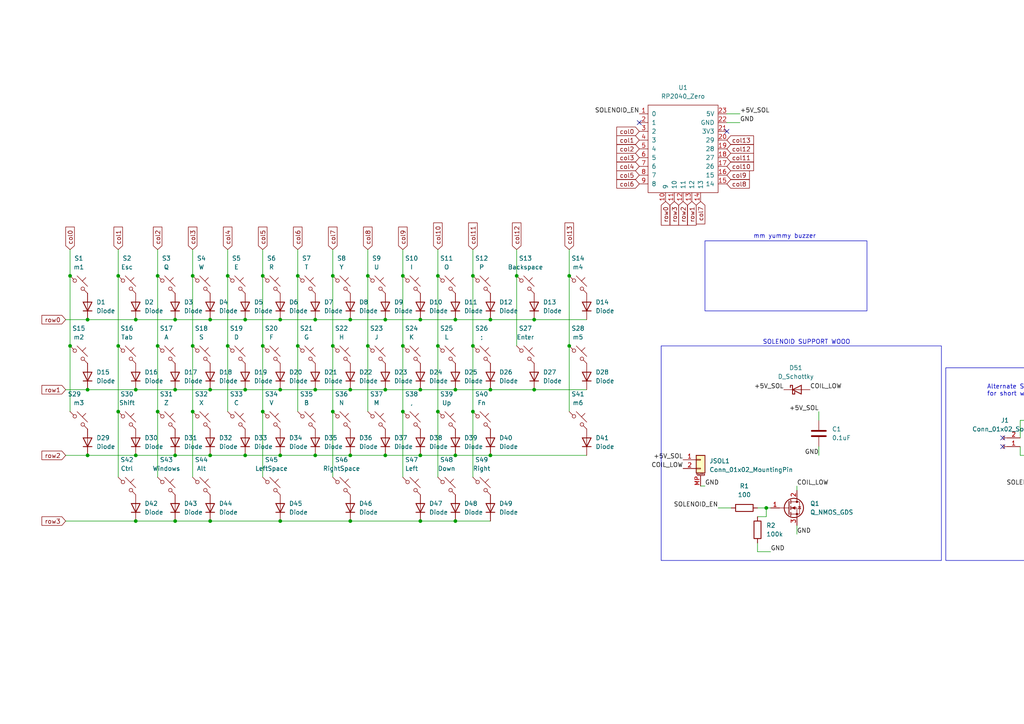
<source format=kicad_sch>
(kicad_sch (version 20250114) (generator "eeschema") (generator_version "9.0")
  (paper "A4")
  (rectangle (start 274.32 106.68) (end 340.36 162.56))
  (rectangle (start 191.77 100.33) (end 273.05 162.56))
  (rectangle (start 204.47 69.85) (end 251.46 90.17))
  (text "Alternate Solenoid socket \nfor short wires" (at 286.258 115.062 0) (effects (font (size 1.27 1.27)) (justify left bottom)))
  (text "mm yummy buzzer\n" (at 227.584 68.58 0) (effects (font (size 1.27 1.27))))
  (text "SOLENOID SUPPORT WOOO\n" (at 233.934 99.314 0) (effects (font (size 1.27 1.27))))
  (junction (at 45.72 119.38))
  (junction (at 149.86 80.01))
  (junction (at 106.68 100.33))
  (junction (at 121.92 132.08))
  (junction (at 137.16 80.01))
  (junction (at 91.44 113.03))
  (junction (at 81.28 132.08))
  (junction (at 96.52 100.33))
  (junction (at 39.37 92.71))
  (junction (at 132.08 113.03))
  (junction (at 132.08 92.71))
  (junction (at 50.8 113.03))
  (junction (at 116.84 119.38))
  (junction (at 39.37 132.08))
  (junction (at 86.36 100.33))
  (junction (at 154.94 113.03))
  (junction (at 111.76 92.71))
  (junction (at 127 100.33))
  (junction (at 132.08 151.13))
  (junction (at 101.6 113.03))
  (junction (at 111.76 132.08))
  (junction (at 20.32 100.33))
  (junction (at 71.12 92.71))
  (junction (at 34.29 119.38))
  (junction (at 76.2 100.33))
  (junction (at 132.08 132.08))
  (junction (at 55.88 119.38))
  (junction (at 325.12 133.35))
  (junction (at 165.1 100.33))
  (junction (at 34.29 80.01))
  (junction (at 50.8 132.08))
  (junction (at 127 119.38))
  (junction (at 45.72 80.01))
  (junction (at 314.96 132.08))
  (junction (at 142.24 113.03))
  (junction (at 137.16 119.38))
  (junction (at 121.92 92.71))
  (junction (at 91.44 132.08))
  (junction (at 96.52 119.38))
  (junction (at 314.96 121.92))
  (junction (at 76.2 80.01))
  (junction (at 101.6 92.71))
  (junction (at 25.4 113.03))
  (junction (at 55.88 100.33))
  (junction (at 50.8 92.71))
  (junction (at 76.2 119.38))
  (junction (at 154.94 92.71))
  (junction (at 101.6 132.08))
  (junction (at 127 80.01))
  (junction (at 60.96 113.03))
  (junction (at 101.6 151.13))
  (junction (at 137.16 100.33))
  (junction (at 20.32 80.01))
  (junction (at 121.92 151.13))
  (junction (at 91.44 92.71))
  (junction (at 55.88 80.01))
  (junction (at 325.12 121.92))
  (junction (at 142.24 132.08))
  (junction (at 66.04 100.33))
  (junction (at 86.36 80.01))
  (junction (at 25.4 92.71))
  (junction (at 60.96 132.08))
  (junction (at 60.96 92.71))
  (junction (at 71.12 113.03))
  (junction (at 60.96 151.13))
  (junction (at 39.37 151.13))
  (junction (at 116.84 80.01))
  (junction (at 45.72 100.33))
  (junction (at 39.37 113.03))
  (junction (at 106.68 80.01))
  (junction (at 121.92 113.03))
  (junction (at 222.25 147.32))
  (junction (at 111.76 113.03))
  (junction (at 81.28 151.13))
  (junction (at 81.28 92.71))
  (junction (at 81.28 113.03))
  (junction (at 66.04 80.01))
  (junction (at 96.52 80.01))
  (junction (at 142.24 92.71))
  (junction (at 25.4 132.08))
  (junction (at 165.1 80.01))
  (junction (at 116.84 100.33))
  (junction (at 50.8 151.13))
  (junction (at 71.12 132.08))
  (junction (at 34.29 100.33))
  (no_connect (at 309.88 129.54))
  (no_connect (at 290.83 127))
  (no_connect (at 290.83 129.54))
  (no_connect (at 210.82 38.1))
  (no_connect (at 185.42 35.56))
  (no_connect (at 309.88 127))
  (wire (pts (xy 50.8 151.13) (xy 60.96 151.13)))
  (wire (pts (xy 101.6 151.13) (xy 121.92 151.13)))
  (wire (pts (xy 137.16 100.33) (xy 137.16 119.38)))
  (wire (pts (xy 165.1 72.39) (xy 165.1 80.01)))
  (wire (pts (xy 19.05 151.13) (xy 39.37 151.13)))
  (wire (pts (xy 66.04 72.39) (xy 66.04 80.01)))
  (wire (pts (xy 76.2 80.01) (xy 76.2 100.33)))
  (wire (pts (xy 71.12 92.71) (xy 81.28 92.71)))
  (wire (pts (xy 19.05 132.08) (xy 25.4 132.08)))
  (wire (pts (xy 39.37 113.03) (xy 50.8 113.03)))
  (wire (pts (xy 214.63 35.56) (xy 210.82 35.56)))
  (wire (pts (xy 96.52 100.33) (xy 96.52 119.38)))
  (wire (pts (xy 132.08 113.03) (xy 142.24 113.03)))
  (wire (pts (xy 137.16 72.39) (xy 137.16 80.01)))
  (wire (pts (xy 34.29 72.39) (xy 34.29 80.01)))
  (wire (pts (xy 222.25 147.32) (xy 223.52 147.32)))
  (wire (pts (xy 25.4 92.71) (xy 39.37 92.71)))
  (wire (pts (xy 96.52 80.01) (xy 96.52 100.33)))
  (wire (pts (xy 81.28 132.08) (xy 91.44 132.08)))
  (wire (pts (xy 71.12 132.08) (xy 81.28 132.08)))
  (wire (pts (xy 127 80.01) (xy 127 100.33)))
  (wire (pts (xy 237.49 129.54) (xy 237.49 132.08)))
  (wire (pts (xy 314.96 133.35) (xy 325.12 133.35)))
  (wire (pts (xy 45.72 80.01) (xy 45.72 100.33)))
  (wire (pts (xy 116.84 80.01) (xy 116.84 100.33)))
  (wire (pts (xy 101.6 132.08) (xy 111.76 132.08)))
  (wire (pts (xy 132.08 132.08) (xy 142.24 132.08)))
  (wire (pts (xy 34.29 119.38) (xy 34.29 138.43)))
  (wire (pts (xy 219.71 147.32) (xy 222.25 147.32)))
  (wire (pts (xy 208.28 147.32) (xy 212.09 147.32)))
  (wire (pts (xy 34.29 80.01) (xy 34.29 100.33)))
  (wire (pts (xy 101.6 113.03) (xy 111.76 113.03)))
  (wire (pts (xy 91.44 132.08) (xy 101.6 132.08)))
  (wire (pts (xy 127 72.39) (xy 127 80.01)))
  (wire (pts (xy 60.96 92.71) (xy 71.12 92.71)))
  (wire (pts (xy 106.68 100.33) (xy 106.68 119.38)))
  (wire (pts (xy 20.32 80.01) (xy 20.32 100.33)))
  (wire (pts (xy 149.86 80.01) (xy 149.86 100.33)))
  (wire (pts (xy 314.96 132.08) (xy 314.96 129.54)))
  (wire (pts (xy 71.12 113.03) (xy 81.28 113.03)))
  (wire (pts (xy 137.16 80.01) (xy 137.16 100.33)))
  (wire (pts (xy 142.24 132.08) (xy 170.18 132.08)))
  (wire (pts (xy 66.04 100.33) (xy 66.04 119.38)))
  (wire (pts (xy 111.76 92.71) (xy 121.92 92.71)))
  (wire (pts (xy 231.14 154.94) (xy 231.14 152.4)))
  (wire (pts (xy 295.91 129.54) (xy 295.91 132.08)))
  (wire (pts (xy 81.28 113.03) (xy 91.44 113.03)))
  (wire (pts (xy 214.63 33.02) (xy 210.82 33.02)))
  (wire (pts (xy 39.37 132.08) (xy 50.8 132.08)))
  (wire (pts (xy 86.36 100.33) (xy 86.36 119.38)))
  (wire (pts (xy 101.6 92.71) (xy 111.76 92.71)))
  (wire (pts (xy 60.96 113.03) (xy 71.12 113.03)))
  (wire (pts (xy 325.12 121.92) (xy 325.12 123.19)))
  (wire (pts (xy 66.04 80.01) (xy 66.04 100.33)))
  (wire (pts (xy 219.71 149.86) (xy 222.25 149.86)))
  (wire (pts (xy 45.72 119.38) (xy 45.72 138.43)))
  (wire (pts (xy 20.32 72.39) (xy 20.32 80.01)))
  (wire (pts (xy 96.52 72.39) (xy 96.52 80.01)))
  (wire (pts (xy 60.96 132.08) (xy 71.12 132.08)))
  (wire (pts (xy 132.08 151.13) (xy 142.24 151.13)))
  (wire (pts (xy 154.94 113.03) (xy 170.18 113.03)))
  (wire (pts (xy 295.91 132.08) (xy 314.96 132.08)))
  (wire (pts (xy 325.12 120.65) (xy 325.12 121.92)))
  (wire (pts (xy 314.96 121.92) (xy 314.96 127)))
  (wire (pts (xy 204.47 140.97) (xy 203.2 140.97)))
  (wire (pts (xy 127 119.38) (xy 127 138.43)))
  (wire (pts (xy 50.8 132.08) (xy 60.96 132.08)))
  (wire (pts (xy 55.88 80.01) (xy 55.88 100.33)))
  (wire (pts (xy 55.88 119.38) (xy 55.88 138.43)))
  (wire (pts (xy 25.4 132.08) (xy 39.37 132.08)))
  (wire (pts (xy 154.94 92.71) (xy 170.18 92.71)))
  (wire (pts (xy 34.29 100.33) (xy 34.29 119.38)))
  (wire (pts (xy 308.61 140.97) (xy 304.8 140.97)))
  (wire (pts (xy 314.96 121.92) (xy 325.12 121.92)))
  (wire (pts (xy 81.28 92.71) (xy 91.44 92.71)))
  (wire (pts (xy 149.86 72.39) (xy 149.86 80.01)))
  (wire (pts (xy 76.2 100.33) (xy 76.2 119.38)))
  (wire (pts (xy 219.71 157.48) (xy 219.71 160.02)))
  (wire (pts (xy 132.08 92.71) (xy 142.24 92.71)))
  (wire (pts (xy 325.12 130.81) (xy 325.12 133.35)))
  (wire (pts (xy 116.84 100.33) (xy 116.84 119.38)))
  (wire (pts (xy 142.24 92.71) (xy 154.94 92.71)))
  (wire (pts (xy 314.96 133.35) (xy 314.96 132.08)))
  (wire (pts (xy 121.92 132.08) (xy 132.08 132.08)))
  (wire (pts (xy 39.37 92.71) (xy 50.8 92.71)))
  (wire (pts (xy 111.76 132.08) (xy 121.92 132.08)))
  (wire (pts (xy 50.8 113.03) (xy 60.96 113.03)))
  (wire (pts (xy 19.05 113.03) (xy 25.4 113.03)))
  (wire (pts (xy 237.49 119.38) (xy 237.49 121.92)))
  (wire (pts (xy 60.96 151.13) (xy 81.28 151.13)))
  (wire (pts (xy 76.2 119.38) (xy 76.2 138.43)))
  (wire (pts (xy 91.44 92.71) (xy 101.6 92.71)))
  (wire (pts (xy 219.71 160.02) (xy 223.52 160.02)))
  (wire (pts (xy 295.91 127) (xy 295.91 121.92)))
  (wire (pts (xy 86.36 80.01) (xy 86.36 100.33)))
  (wire (pts (xy 231.14 140.97) (xy 231.14 142.24)))
  (wire (pts (xy 295.91 121.92) (xy 314.96 121.92)))
  (wire (pts (xy 91.44 113.03) (xy 101.6 113.03)))
  (wire (pts (xy 165.1 80.01) (xy 165.1 100.33)))
  (wire (pts (xy 165.1 100.33) (xy 165.1 119.38)))
  (wire (pts (xy 127 100.33) (xy 127 119.38)))
  (wire (pts (xy 39.37 151.13) (xy 50.8 151.13)))
  (wire (pts (xy 121.92 113.03) (xy 132.08 113.03)))
  (wire (pts (xy 25.4 113.03) (xy 39.37 113.03)))
  (wire (pts (xy 45.72 100.33) (xy 45.72 119.38)))
  (wire (pts (xy 50.8 92.71) (xy 60.96 92.71)))
  (wire (pts (xy 325.12 149.86) (xy 325.12 146.05)))
  (wire (pts (xy 45.72 72.39) (xy 45.72 80.01)))
  (wire (pts (xy 106.68 72.39) (xy 106.68 80.01)))
  (wire (pts (xy 121.92 151.13) (xy 132.08 151.13)))
  (wire (pts (xy 121.92 92.71) (xy 132.08 92.71)))
  (wire (pts (xy 116.84 72.39) (xy 116.84 80.01)))
  (wire (pts (xy 222.25 149.86) (xy 222.25 147.32)))
  (wire (pts (xy 313.69 140.97) (xy 317.5 140.97)))
  (wire (pts (xy 19.05 92.71) (xy 25.4 92.71)))
  (wire (pts (xy 111.76 113.03) (xy 121.92 113.03)))
  (wire (pts (xy 86.36 72.39) (xy 86.36 80.01)))
  (wire (pts (xy 116.84 119.38) (xy 116.84 138.43)))
  (wire (pts (xy 55.88 100.33) (xy 55.88 119.38)))
  (wire (pts (xy 76.2 72.39) (xy 76.2 80.01)))
  (wire (pts (xy 325.12 133.35) (xy 325.12 135.89)))
  (wire (pts (xy 142.24 113.03) (xy 154.94 113.03)))
  (wire (pts (xy 20.32 100.33) (xy 20.32 119.38)))
  (wire (pts (xy 55.88 72.39) (xy 55.88 80.01)))
  (wire (pts (xy 137.16 119.38) (xy 137.16 138.43)))
  (wire (pts (xy 81.28 151.13) (xy 101.6 151.13)))
  (wire (pts (xy 96.52 119.38) (xy 96.52 138.43)))
  (wire (pts (xy 106.68 80.01) (xy 106.68 100.33)))
  (label "+5V_SOL" (at 227.33 113.03 180))
  (label "COIL_LOW" (at 234.95 113.03 0))
  (label "COIL_LOW" (at 198.12 135.89 180))
  (label "GND" (at 204.47 140.97 0))
  (label "GND" (at 231.14 154.94 0))
  (label "SOLENOID_EN" (at 208.28 147.32 180))
  (label "+5V_SOL" (at 214.63 33.02 0))
  (label "SOLENOID_EN" (at 185.42 33.02 180))
  (label "SOLENOID_EN" (at 304.8 140.97 180))
  (label "+5V_SOL" (at 198.12 133.35 180))
  (label "+5V_SOL" (at 325.12 120.65 0))
  (label "GND" (at 223.52 160.02 0))
  (label "GND" (at 237.49 132.08 180))
  (label "GND" (at 214.63 35.56 0))
  (label "+5V_SOL" (at 237.49 119.38 180))
  (label "COIL_LOW" (at 231.14 140.97 0))
  (label "GND" (at 325.12 149.86 0))
  (global_label "col11" (shape input) (at 210.82 45.72 0) (property "Intersheetrefs" "${INTERSHEET_REFS}" (effects (hide yes))))
  (global_label "col8" (shape input) (at 106.68 72.39 90) (property "Intersheetrefs" "${INTERSHEET_REFS}" (effects (hide yes))))
  (global_label "row3" (shape input) (at 19.05 151.13 180) (property "Intersheetrefs" "${INTERSHEET_REFS}" (effects (hide yes))))
  (global_label "row3" (shape input) (at 195.58 58.42 270) (property "Intersheetrefs" "${INTERSHEET_REFS}" (effects (hide yes))))
  (global_label "col1" (shape input) (at 185.42 40.64 180) (property "Intersheetrefs" "${INTERSHEET_REFS}" (effects (hide yes))))
  (global_label "col10" (shape input) (at 210.82 48.26 0) (property "Intersheetrefs" "${INTERSHEET_REFS}" (effects (hide yes))))
  (global_label "col6" (shape input) (at 86.36 72.39 90) (property "Intersheetrefs" "${INTERSHEET_REFS}" (effects (hide yes))))
  (global_label "row0" (shape input) (at 19.05 92.71 180) (property "Intersheetrefs" "${INTERSHEET_REFS}" (effects (hide yes))))
  (global_label "col10" (shape input) (at 127 72.39 90) (property "Intersheetrefs" "${INTERSHEET_REFS}" (effects (hide yes))))
  (global_label "col7" (shape input) (at 203.2 58.42 270) (property "Intersheetrefs" "${INTERSHEET_REFS}" (effects (hide yes))))
  (global_label "col2" (shape input) (at 185.42 43.18 180) (property "Intersheetrefs" "${INTERSHEET_REFS}" (effects (hide yes))))
  (global_label "col5" (shape input) (at 185.42 50.8 180) (property "Intersheetrefs" "${INTERSHEET_REFS}" (effects (hide yes))))
  (global_label "col13" (shape input) (at 165.1 72.39 90) (property "Intersheetrefs" "${INTERSHEET_REFS}" (effects (hide yes))))
  (global_label "col13" (shape input) (at 210.82 40.64 0) (property "Intersheetrefs" "${INTERSHEET_REFS}" (effects (hide yes))))
  (global_label "col3" (shape input) (at 55.88 72.39 90) (property "Intersheetrefs" "${INTERSHEET_REFS}" (effects (hide yes))))
  (global_label "col9" (shape input) (at 116.84 72.39 90) (property "Intersheetrefs" "${INTERSHEET_REFS}" (effects (hide yes))))
  (global_label "row0" (shape input) (at 193.04 58.42 270) (property "Intersheetrefs" "${INTERSHEET_REFS}" (effects (hide yes))))
  (global_label "row2" (shape input) (at 19.05 132.08 180) (property "Intersheetrefs" "${INTERSHEET_REFS}" (effects (hide yes))))
  (global_label "col4" (shape input) (at 66.04 72.39 90) (property "Intersheetrefs" "${INTERSHEET_REFS}" (effects (hide yes))))
  (global_label "row1" (shape input) (at 200.66 58.42 270) (property "Intersheetrefs" "${INTERSHEET_REFS}" (effects (hide yes))))
  (global_label "col6" (shape input) (at 185.42 53.34 180) (property "Intersheetrefs" "${INTERSHEET_REFS}" (effects (hide yes))))
  (global_label "col1" (shape input) (at 34.29 72.39 90) (property "Intersheetrefs" "${INTERSHEET_REFS}" (effects (hide yes))))
  (global_label "col0" (shape input) (at 20.32 72.39 90) (property "Intersheetrefs" "${INTERSHEET_REFS}" (effects (hide yes))))
  (global_label "row1" (shape input) (at 19.05 113.03 180) (property "Intersheetrefs" "${INTERSHEET_REFS}" (effects (hide yes))))
  (global_label "col12" (shape input) (at 149.86 72.39 90) (property "Intersheetrefs" "${INTERSHEET_REFS}" (effects (hide yes))))
  (global_label "col5" (shape input) (at 76.2 72.39 90) (property "Intersheetrefs" "${INTERSHEET_REFS}" (effects (hide yes))))
  (global_label "col3" (shape input) (at 185.42 45.72 180) (property "Intersheetrefs" "${INTERSHEET_REFS}" (effects (hide yes))))
  (global_label "col11" (shape input) (at 137.16 72.39 90) (property "Intersheetrefs" "${INTERSHEET_REFS}" (effects (hide yes))))
  (global_label "col7" (shape input) (at 96.52 72.39 90) (property "Intersheetrefs" "${INTERSHEET_REFS}" (effects (hide yes))))
  (global_label "col9" (shape input) (at 210.82 50.8 0) (property "Intersheetrefs" "${INTERSHEET_REFS}" (effects (hide yes))))
  (global_label "col8" (shape input) (at 210.82 53.34 0) (property "Intersheetrefs" "${INTERSHEET_REFS}" (effects (hide yes))))
  (global_label "col2" (shape input) (at 45.72 72.39 90) (property "Intersheetrefs" "${INTERSHEET_REFS}" (effects (hide yes))))
  (global_label "row2" (shape input) (at 198.12 58.42 270) (property "Intersheetrefs" "${INTERSHEET_REFS}" (effects (hide yes))))
  (global_label "col0" (shape input) (at 185.42 38.1 180) (property "Intersheetrefs" "${INTERSHEET_REFS}" (effects (hide yes))))
  (global_label "col4" (shape input) (at 185.42 48.26 180) (property "Intersheetrefs" "${INTERSHEET_REFS}" (effects (hide yes))))
  (global_label "col12" (shape input) (at 210.82 43.18 0) (property "Intersheetrefs" "${INTERSHEET_REFS}" (effects (hide yes))))
  (symbol (lib_id "ScottoKeebs:Placeholder_Diode") (at 121.92 128.27 90) (unit 1)
    (property "Reference" "D38" (at 124.46 127 90) (effects (justify right)))
    (property "Value" "Diode" (at 124.46 129.54 90) (effects (justify right)))
    (property "Footprint" "Diode_SMD:D_SOD-123" (effects (hide yes)))
    (property "Description" "1N4148 (DO-35) or 1N4148W (SOD-123)" (effects (hide yes)))
    (property "Sim.Device" "D" (effects (hide yes)))
    (property "Sim.Pins" "1=K 2=A" (effects (hide yes)))
  )
  (symbol (lib_id "ScottoKeebs:Placeholder_Keyswitch") (at 119.38 121.92 0) (unit 1)
    (property "Reference" "S38" (at 119.38 114.3 0))
    (property "Value" "," (at 119.38 116.84 0))
    (property "Footprint" "Button_Switch_Keyboard:SW_Cherry_MX_1.00u_PCB" (effects (hide yes)))
    (property "Description" "Push button switch, normally open, two pins, 45° tilted" (effects (hide yes)))
  )
  (symbol (lib_id "ScottoKeebs:Placeholder_Diode") (at 71.12 128.27 90) (unit 1)
    (property "Reference" "D33" (at 73.66 127 90) (effects (justify right)))
    (property "Value" "Diode" (at 73.66 129.54 90) (effects (justify right)))
    (property "Footprint" "Diode_SMD:D_SOD-123" (effects (hide yes)))
    (property "Description" "1N4148 (DO-35) or 1N4148W (SOD-123)" (effects (hide yes)))
    (property "Sim.Device" "D" (effects (hide yes)))
    (property "Sim.Pins" "1=K 2=A" (effects (hide yes)))
  )
  (symbol (lib_id "ScottoKeebs:Placeholder_Keyswitch") (at 36.83 140.97 0) (unit 1)
    (property "Reference" "S42" (at 36.83 133.35 0))
    (property "Value" "Ctrl" (at 36.83 135.89 0))
    (property "Footprint" "Button_Switch_Keyboard:SW_Cherry_MX_1.00u_PCB" (effects (hide yes)))
    (property "Description" "Push button switch, normally open, two pins, 45° tilted" (effects (hide yes)))
  )
  (symbol (lib_id "ScottoKeebs:Placeholder_Keyswitch") (at 139.7 102.87 0) (unit 1)
    (property "Reference" "S26" (at 139.7 95.25 0))
    (property "Value" ";" (at 139.7 97.79 0))
    (property "Footprint" "Button_Switch_Keyboard:SW_Cherry_MX_1.00u_PCB" (effects (hide yes)))
    (property "Description" "Push button switch, normally open, two pins, 45° tilted" (effects (hide yes)))
  )
  (symbol (lib_id "ScottoKeebs:Placeholder_Diode") (at 25.4 88.9 90) (unit 1)
    (property "Reference" "D1" (at 27.94 87.63 90) (effects (justify right)))
    (property "Value" "Diode" (at 27.94 90.17 90) (effects (justify right)))
    (property "Footprint" "Diode_SMD:D_SOD-123" (effects (hide yes)))
    (property "Description" "1N4148 (DO-35) or 1N4148W (SOD-123)" (effects (hide yes)))
    (property "Sim.Device" "D" (effects (hide yes)))
    (property "Sim.Pins" "1=K 2=A" (effects (hide yes)))
  )
  (symbol (lib_id "ScottoKeebs:Placeholder_Keyswitch") (at 36.83 82.55 0) (unit 1)
    (property "Reference" "S2" (at 36.83 74.93 0))
    (property "Value" "Esc" (at 36.83 77.47 0))
    (property "Footprint" "Button_Switch_Keyboard:SW_Cherry_MX_1.00u_PCB" (effects (hide yes)))
    (property "Description" "Push button switch, normally open, two pins, 45° tilted" (effects (hide yes)))
  )
  (symbol (lib_id "ScottoKeebs:Placeholder_Keyswitch") (at 22.86 121.92 0) (unit 1)
    (property "Reference" "S29" (at 21.59 114.3 0))
    (property "Value" "m3" (at 22.86 116.84 0))
    (property "Footprint" "Button_Switch_Keyboard:SW_Cherry_MX_1.00u_PCB" (effects (hide yes)))
    (property "Description" "Push button switch, normally open, two pins, 45° tilted" (effects (hide yes)))
  )
  (symbol (lib_id "ScottoKeebs:Placeholder_Keyswitch") (at 129.54 102.87 0) (unit 1)
    (property "Reference" "S25" (at 129.54 95.25 0))
    (property "Value" "L" (at 129.54 97.79 0))
    (property "Footprint" "Button_Switch_Keyboard:SW_Cherry_MX_1.00u_PCB" (effects (hide yes)))
    (property "Description" "Push button switch, normally open, two pins, 45° tilted" (effects (hide yes)))
  )
  (symbol (lib_id "ScottoKeebs:Placeholder_Diode") (at 39.37 88.9 90) (unit 1)
    (property "Reference" "D2" (at 41.91 87.63 90) (effects (justify right)))
    (property "Value" "Diode" (at 41.91 90.17 90) (effects (justify right)))
    (property "Footprint" "Diode_SMD:D_SOD-123" (effects (hide yes)))
    (property "Description" "1N4148 (DO-35) or 1N4148W (SOD-123)" (effects (hide yes)))
    (property "Sim.Device" "D" (effects (hide yes)))
    (property "Sim.Pins" "1=K 2=A" (effects (hide yes)))
  )
  (symbol (lib_id "ScottoKeebs:Placeholder_Keyswitch") (at 78.74 102.87 0) (unit 1)
    (property "Reference" "S20" (at 78.74 95.25 0))
    (property "Value" "F" (at 78.74 97.79 0))
    (property "Footprint" "Button_Switch_Keyboard:SW_Cherry_MX_1.00u_PCB" (effects (hide yes)))
    (property "Description" "Push button switch, normally open, two pins, 45° tilted" (effects (hide yes)))
  )
  (symbol (lib_id "ScottoKeebs:Placeholder_Keyswitch") (at 119.38 102.87 0) (unit 1)
    (property "Reference" "S24" (at 119.38 95.25 0))
    (property "Value" "K" (at 119.38 97.79 0))
    (property "Footprint" "Button_Switch_Keyboard:SW_Cherry_MX_1.00u_PCB" (effects (hide yes)))
    (property "Description" "Push button switch, normally open, two pins, 45° tilted" (effects (hide yes)))
  )
  (symbol (lib_id "ScottoKeebs:Placeholder_Keyswitch") (at 22.86 102.87 0) (unit 1)
    (property "Reference" "S15" (at 22.86 95.25 0))
    (property "Value" "m2" (at 22.86 97.79 0))
    (property "Footprint" "Button_Switch_Keyboard:SW_Cherry_MX_1.00u_PCB" (effects (hide yes)))
    (property "Description" "Push button switch, normally open, two pins, 45° tilted" (effects (hide yes)))
  )
  (symbol (lib_id "ScottoKeebs:Placeholder_Keyswitch") (at 167.64 82.55 0) (unit 1)
    (property "Reference" "S14" (at 167.64 74.93 0))
    (property "Value" "m4" (at 167.64 77.47 0))
    (property "Footprint" "Button_Switch_Keyboard:SW_Cherry_MX_1.00u_PCB" (effects (hide yes)))
    (property "Description" "Push button switch, normally open, two pins, 45° tilted" (effects (hide yes)))
  )
  (symbol (lib_id "ScottoKeebs:Placeholder_Diode") (at 50.8 109.22 90) (unit 1)
    (property "Reference" "D17" (at 53.34 107.95 90) (effects (justify right)))
    (property "Value" "Diode" (at 53.34 110.49 90) (effects (justify right)))
    (property "Footprint" "Diode_SMD:D_SOD-123" (effects (hide yes)))
    (property "Description" "1N4148 (DO-35) or 1N4148W (SOD-123)" (effects (hide yes)))
    (property "Sim.Device" "D" (effects (hide yes)))
    (property "Sim.Pins" "1=K 2=A" (effects (hide yes)))
  )
  (symbol (lib_id "ScottoKeebs:Placeholder_Diode") (at 154.94 88.9 90) (unit 1)
    (property "Reference" "D13" (at 157.48 87.63 90) (effects (justify right)))
    (property "Value" "Diode" (at 157.48 90.17 90) (effects (justify right)))
    (property "Footprint" "Diode_SMD:D_SOD-123" (effects (hide yes)))
    (property "Description" "1N4148 (DO-35) or 1N4148W (SOD-123)" (effects (hide yes)))
    (property "Sim.Device" "D" (effects (hide yes)))
    (property "Sim.Pins" "1=K 2=A" (effects (hide yes)))
  )
  (symbol (lib_id "ScottoKeebs:Placeholder_Keyswitch") (at 48.26 82.55 0) (unit 1)
    (property "Reference" "S3" (at 48.26 74.93 0))
    (property "Value" "Q" (at 48.26 77.47 0))
    (property "Footprint" "Button_Switch_Keyboard:SW_Cherry_MX_1.00u_PCB" (effects (hide yes)))
    (property "Description" "Push button switch, normally open, two pins, 45° tilted" (effects (hide yes)))
  )
  (symbol (lib_id "ScottoKeebs:Placeholder_Diode") (at 121.92 109.22 90) (unit 1)
    (property "Reference" "D24" (at 124.46 107.95 90) (effects (justify right)))
    (property "Value" "Diode" (at 124.46 110.49 90) (effects (justify right)))
    (property "Footprint" "Diode_SMD:D_SOD-123" (effects (hide yes)))
    (property "Description" "1N4148 (DO-35) or 1N4148W (SOD-123)" (effects (hide yes)))
    (property "Sim.Device" "D" (effects (hide yes)))
    (property "Sim.Pins" "1=K 2=A" (effects (hide yes)))
  )
  (symbol (lib_id "ScottoKeebs:Placeholder_Keyswitch") (at 99.06 82.55 0) (unit 1)
    (property "Reference" "S8" (at 99.06 74.93 0))
    (property "Value" "Y" (at 99.06 77.47 0))
    (property "Footprint" "Button_Switch_Keyboard:SW_Cherry_MX_1.00u_PCB" (effects (hide yes)))
    (property "Description" "Push button switch, normally open, two pins, 45° tilted" (effects (hide yes)))
  )
  (symbol (lib_id "ScottoKeebs:Placeholder_Keyswitch") (at 58.42 140.97 0) (unit 1)
    (property "Reference" "S44" (at 58.42 133.35 0))
    (property "Value" "Alt" (at 58.42 135.89 0))
    (property "Footprint" "Button_Switch_Keyboard:SW_Cherry_MX_1.00u_PCB" (effects (hide yes)))
    (property "Description" "Push button switch, normally open, two pins, 45° tilted" (effects (hide yes)))
  )
  (symbol (lib_id "ScottoKeebs:Placeholder_Diode") (at 170.18 128.27 90) (unit 1)
    (property "Reference" "D41" (at 172.72 127 90) (effects (justify right)))
    (property "Value" "Diode" (at 172.72 129.54 90) (effects (justify right)))
    (property "Footprint" "Diode_SMD:D_SOD-123" (effects (hide yes)))
    (property "Description" "1N4148 (DO-35) or 1N4148W (SOD-123)" (effects (hide yes)))
    (property "Sim.Device" "D" (effects (hide yes)))
    (property "Sim.Pins" "1=K 2=A" (effects (hide yes)))
  )
  (symbol (lib_id "Transistor_BJT:TIP120") (at 322.58 140.97 0) (unit 1)
    (property "Reference" "Q3" (at 328.93 139.7 0) (effects (justify left)))
    (property "Value" "TIP120" (at 328.93 142.24 0) (effects (justify left)))
    (property "Footprint" "ergodonk_simple_zero:TO-220-3_Horizontal_TabDown_ergodonk_simple_zero" (effects (hide yes)))
    (property "Datasheet" "https://www.onsemi.com/pub/Collateral/TIP120-D.PDF" (effects (hide yes)))
    (property "Description" "5A Ic, 60V Vce, Silicon Darlington Power NPN Transistor, TO-220" (effects (hide yes)))
  )
  (symbol (lib_id "Transistor_FET:Q_NMOS_GDS") (at 228.6 147.32 0) (unit 1)
    (property "Reference" "Q1" (at 234.95 146.05 0) (effects (justify left)))
    (property "Value" "Q_NMOS_GDS" (at 234.95 148.59 0) (effects (justify left)))
    (property "Footprint" "Package_TO_SOT_THT:TO-220-3_Horizontal_TabDown" (effects (hide yes)))
    (property "Description" "N-MOSFET transistor, gate/drain/source" (effects (hide yes)))
  )
  (symbol (lib_id "ScottoKeebs:Placeholder_Diode") (at 111.76 128.27 90) (unit 1)
    (property "Reference" "D37" (at 114.3 127 90) (effects (justify right)))
    (property "Value" "Diode" (at 114.3 129.54 90) (effects (justify right)))
    (property "Footprint" "Diode_SMD:D_SOD-123" (effects (hide yes)))
    (property "Description" "1N4148 (DO-35) or 1N4148W (SOD-123)" (effects (hide yes)))
    (property "Sim.Device" "D" (effects (hide yes)))
    (property "Sim.Pins" "1=K 2=A" (effects (hide yes)))
  )
  (symbol (lib_id "ScottoKeebs:Placeholder_Diode") (at 60.96 109.22 90) (unit 1)
    (property "Reference" "D18" (at 63.5 107.95 90) (effects (justify right)))
    (property "Value" "Diode" (at 63.5 110.49 90) (effects (justify right)))
    (property "Footprint" "Diode_SMD:D_SOD-123" (effects (hide yes)))
    (property "Description" "1N4148 (DO-35) or 1N4148W (SOD-123)" (effects (hide yes)))
    (property "Sim.Device" "D" (effects (hide yes)))
    (property "Sim.Pins" "1=K 2=A" (effects (hide yes)))
  )
  (symbol (lib_id "ScottoKeebs:Placeholder_Diode") (at 132.08 147.32 90) (unit 1)
    (property "Reference" "D48" (at 134.62 146.05 90) (effects (justify right)))
    (property "Value" "Diode" (at 134.62 148.59 90) (effects (justify right)))
    (property "Footprint" "Diode_SMD:D_SOD-123" (effects (hide yes)))
    (property "Description" "1N4148 (DO-35) or 1N4148W (SOD-123)" (effects (hide yes)))
    (property "Sim.Device" "D" (effects (hide yes)))
    (property "Sim.Pins" "1=K 2=A" (effects (hide yes)))
  )
  (symbol (lib_id "ScottoKeebs:Placeholder_Keyswitch") (at 48.26 121.92 0) (unit 1)
    (property "Reference" "S31" (at 48.26 114.3 0))
    (property "Value" "Z" (at 48.26 116.84 0))
    (property "Footprint" "Button_Switch_Keyboard:SW_Cherry_MX_1.00u_PCB" (effects (hide yes)))
    (property "Description" "Push button switch, normally open, two pins, 45° tilted" (effects (hide yes)))
  )
  (symbol (lib_id "ScottoKeebs:Placeholder_Keyswitch") (at 68.58 82.55 0) (unit 1)
    (property "Reference" "S5" (at 68.58 74.93 0))
    (property "Value" "E" (at 68.58 77.47 0))
    (property "Footprint" "Button_Switch_Keyboard:SW_Cherry_MX_1.00u_PCB" (effects (hide yes)))
    (property "Description" "Push button switch, normally open, two pins, 45° tilted" (effects (hide yes)))
  )
  (symbol (lib_id "ScottoKeebs:Placeholder_Diode") (at 154.94 109.22 90) (unit 1)
    (property "Reference" "D27" (at 157.48 107.95 90) (effects (justify right)))
    (property "Value" "Diode" (at 157.48 110.49 90) (effects (justify right)))
    (property "Footprint" "Diode_SMD:D_SOD-123" (effects (hide yes)))
    (property "Description" "1N4148 (DO-35) or 1N4148W (SOD-123)" (effects (hide yes)))
    (property "Sim.Device" "D" (effects (hide yes)))
    (property "Sim.Pins" "1=K 2=A" (effects (hide yes)))
  )
  (symbol (lib_id "ScottoKeebs:Placeholder_Diode") (at 91.44 88.9 90) (unit 1)
    (property "Reference" "D7" (at 93.98 87.63 90) (effects (justify right)))
    (property "Value" "Diode" (at 93.98 90.17 90) (effects (justify right)))
    (property "Footprint" "Diode_SMD:D_SOD-123" (effects (hide yes)))
    (property "Description" "1N4148 (DO-35) or 1N4148W (SOD-123)" (effects (hide yes)))
    (property "Sim.Device" "D" (effects (hide yes)))
    (property "Sim.Pins" "1=K 2=A" (effects (hide yes)))
  )
  (symbol (lib_id "ScottoKeebs:Placeholder_Diode") (at 142.24 109.22 90) (unit 1)
    (property "Reference" "D26" (at 144.78 107.95 90) (effects (justify right)))
    (property "Value" "Diode" (at 144.78 110.49 90) (effects (justify right)))
    (property "Footprint" "Diode_SMD:D_SOD-123" (effects (hide yes)))
    (property "Description" "1N4148 (DO-35) or 1N4148W (SOD-123)" (effects (hide yes)))
    (property "Sim.Device" "D" (effects (hide yes)))
    (property "Sim.Pins" "1=K 2=A" (effects (hide yes)))
  )
  (symbol (lib_id "ScottoKeebs:Placeholder_Keyswitch") (at 58.42 82.55 0) (unit 1)
    (property "Reference" "S4" (at 58.42 74.93 0))
    (property "Value" "W" (at 58.42 77.47 0))
    (property "Footprint" "Button_Switch_Keyboard:SW_Cherry_MX_1.00u_PCB" (effects (hide yes)))
    (property "Description" "Push button switch, normally open, two pins, 45° tilted" (effects (hide yes)))
  )
  (symbol (lib_id "Connector_Generic_MountingPin:Conn_01x02_MountingPin") (at 203.2 133.35 0) (unit 1)
    (property "Reference" "JSOL1" (at 205.74 133.7056 0) (effects (justify left)))
    (property "Value" "Conn_01x02_MountingPin" (at 205.74 136.2456 0) (effects (justify left)))
    (property "Footprint" "Connector_JST:JST_SH_SM02B-SRSS-TB_1x02-1MP_P1.00mm_Horizontal" (effects (hide yes)))
    (property "Description" "Generic connectable mounting pin connector, single row, 01x02, script generated (kicad-library-utils/schlib/autogen/connector/)" (effects (hide yes)))
  )
  (symbol (lib_id "ScottoKeebs:Placeholder_Keyswitch") (at 129.54 82.55 0) (unit 1)
    (property "Reference" "S11" (at 129.54 74.93 0))
    (property "Value" "O" (at 129.54 77.47 0))
    (property "Footprint" "Button_Switch_Keyboard:SW_Cherry_MX_1.00u_PCB" (effects (hide yes)))
    (property "Description" "Push button switch, normally open, two pins, 45° tilted" (effects (hide yes)))
  )
  (symbol (lib_id "ScottoKeebs:Placeholder_Diode") (at 39.37 128.27 90) (unit 1)
    (property "Reference" "D30" (at 41.91 127 90) (effects (justify right)))
    (property "Value" "Diode" (at 41.91 129.54 90) (effects (justify right)))
    (property "Footprint" "Diode_SMD:D_SOD-123" (effects (hide yes)))
    (property "Description" "1N4148 (DO-35) or 1N4148W (SOD-123)" (effects (hide yes)))
    (property "Sim.Device" "D" (effects (hide yes)))
    (property "Sim.Pins" "1=K 2=A" (effects (hide yes)))
  )
  (symbol (lib_id "ScottoKeebs:Placeholder_Keyswitch") (at 167.64 121.92 0) (unit 1)
    (property "Reference" "S41" (at 167.64 114.3 0))
    (property "Value" "m6" (at 167.64 116.84 0))
    (property "Footprint" "Button_Switch_Keyboard:SW_Cherry_MX_1.00u_PCB" (effects (hide yes)))
    (property "Description" "Push button switch, normally open, two pins, 45° tilted" (effects (hide yes)))
  )
  (symbol (lib_id "ScottoKeebs:Placeholder_Keyswitch") (at 68.58 121.92 0) (unit 1)
    (property "Reference" "S33" (at 68.58 114.3 0))
    (property "Value" "C" (at 68.58 116.84 0))
    (property "Footprint" "Button_Switch_Keyboard:SW_Cherry_MX_1.00u_PCB" (effects (hide yes)))
    (property "Description" "Push button switch, normally open, two pins, 45° tilted" (effects (hide yes)))
  )
  (symbol (lib_id "ScottoKeebs:Placeholder_Diode") (at 132.08 109.22 90) (unit 1)
    (property "Reference" "D25" (at 134.62 107.95 90) (effects (justify right)))
    (property "Value" "Diode" (at 134.62 110.49 90) (effects (justify right)))
    (property "Footprint" "Diode_SMD:D_SOD-123" (effects (hide yes)))
    (property "Description" "1N4148 (DO-35) or 1N4148W (SOD-123)" (effects (hide yes)))
    (property "Sim.Device" "D" (effects (hide yes)))
    (property "Sim.Pins" "1=K 2=A" (effects (hide yes)))
  )
  (symbol (lib_id "Device:C") (at 237.49 125.73 180) (unit 1)
    (property "Reference" "C1" (at 241.3 124.46 0) (effects (justify right)))
    (property "Value" "0.1uF" (at 241.3 127 0) (effects (justify right)))
    (property "Footprint" "Capacitor_SMD:C_0805_2012Metric" (effects (hide yes)))
    (property "Description" "Unpolarized capacitor" (effects (hide yes)))
  )
  (symbol (lib_id "ScottoKeebs:Placeholder_Keyswitch") (at 119.38 140.97 0) (unit 1)
    (property "Reference" "S47" (at 119.38 133.35 0))
    (property "Value" "Left" (at 119.38 135.89 0))
    (property "Footprint" "Button_Switch_Keyboard:SW_Cherry_MX_1.00u_PCB" (effects (hide yes)))
    (property "Description" "Push button switch, normally open, two pins, 45° tilted" (effects (hide yes)))
  )
  (symbol (lib_id "ScottoKeebs:Placeholder_Keyswitch") (at 58.42 121.92 0) (unit 1)
    (property "Reference" "S32" (at 58.42 114.3 0))
    (property "Value" "X" (at 58.42 116.84 0))
    (property "Footprint" "Button_Switch_Keyboard:SW_Cherry_MX_1.00u_PCB" (effects (hide yes)))
    (property "Description" "Push button switch, normally open, two pins, 45° tilted" (effects (hide yes)))
  )
  (symbol (lib_id "ScottoKeebs:Placeholder_Diode") (at 111.76 88.9 90) (unit 1)
    (property "Reference" "D9" (at 114.3 87.63 90) (effects (justify right)))
    (property "Value" "Diode" (at 114.3 90.17 90) (effects (justify right)))
    (property "Footprint" "Diode_SMD:D_SOD-123" (effects (hide yes)))
    (property "Description" "1N4148 (DO-35) or 1N4148W (SOD-123)" (effects (hide yes)))
    (property "Sim.Device" "D" (effects (hide yes)))
    (property "Sim.Pins" "1=K 2=A" (effects (hide yes)))
  )
  (symbol (lib_id "ScottoKeebs:Placeholder_Keyswitch") (at 68.58 102.87 0) (unit 1)
    (property "Reference" "S19" (at 68.58 95.25 0))
    (property "Value" "D" (at 68.58 97.79 0))
    (property "Footprint" "Button_Switch_Keyboard:SW_Cherry_MX_1.00u_PCB" (effects (hide yes)))
    (property "Description" "Push button switch, normally open, two pins, 45° tilted" (effects (hide yes)))
  )
  (symbol (lib_id "ScottoKeebs:Placeholder_Keyswitch") (at 88.9 102.87 0) (unit 1)
    (property "Reference" "S21" (at 88.9 95.25 0))
    (property "Value" "G" (at 88.9 97.79 0))
    (property "Footprint" "Button_Switch_Keyboard:SW_Cherry_MX_1.00u_PCB" (effects (hide yes)))
    (property "Description" "Push button switch, normally open, two pins, 45° tilted" (effects (hide yes)))
  )
  (symbol (lib_id "ScottoKeebs:Placeholder_Keyswitch") (at 109.22 121.92 0) (unit 1)
    (property "Reference" "S37" (at 109.22 114.3 0))
    (property "Value" "M" (at 109.22 116.84 0))
    (property "Footprint" "Button_Switch_Keyboard:SW_Cherry_MX_1.00u_PCB" (effects (hide yes)))
    (property "Description" "Push button switch, normally open, two pins, 45° tilted" (effects (hide yes)))
  )
  (symbol (lib_id "ScottoKeebs:Placeholder_Keyswitch") (at 48.26 140.97 0) (unit 1)
    (property "Reference" "S43" (at 48.26 133.35 0))
    (property "Value" "Windows" (at 48.26 135.89 0))
    (property "Footprint" "Button_Switch_Keyboard:SW_Cherry_MX_1.00u_PCB" (effects (hide yes)))
    (property "Description" "Push button switch, normally open, two pins, 45° tilted" (effects (hide yes)))
  )
  (symbol (lib_id "ScottoKeebs:Placeholder_Diode") (at 39.37 147.32 90) (unit 1)
    (property "Reference" "D42" (at 41.91 146.05 90) (effects (justify right)))
    (property "Value" "Diode" (at 41.91 148.59 90) (effects (justify right)))
    (property "Footprint" "Diode_SMD:D_SOD-123" (effects (hide yes)))
    (property "Description" "1N4148 (DO-35) or 1N4148W (SOD-123)" (effects (hide yes)))
    (property "Sim.Device" "D" (effects (hide yes)))
    (property "Sim.Pins" "1=K 2=A" (effects (hide yes)))
  )
  (symbol (lib_id "ScottoKeebs:Placeholder_Diode") (at 101.6 128.27 90) (unit 1)
    (property "Reference" "D36" (at 104.14 127 90) (effects (justify right)))
    (property "Value" "Diode" (at 104.14 129.54 90) (effects (justify right)))
    (property "Footprint" "Diode_SMD:D_SOD-123" (effects (hide yes)))
    (property "Description" "1N4148 (DO-35) or 1N4148W (SOD-123)" (effects (hide yes)))
    (property "Sim.Device" "D" (effects (hide yes)))
    (property "Sim.Pins" "1=K 2=A" (effects (hide yes)))
  )
  (symbol (lib_id "ScottoKeebs:Placeholder_Keyswitch") (at 119.38 82.55 0) (unit 1)
    (property "Reference" "S10" (at 119.38 74.93 0))
    (property "Value" "I" (at 119.38 77.47 0))
    (property "Footprint" "Button_Switch_Keyboard:SW_Cherry_MX_1.00u_PCB" (effects (hide yes)))
    (property "Description" "Push button switch, normally open, two pins, 45° tilted" (effects (hide yes)))
  )
  (symbol (lib_id "ScottoKeebs:Placeholder_Diode") (at 25.4 128.27 90) (unit 1)
    (property "Reference" "D29" (at 27.94 127 90) (effects (justify right)))
    (property "Value" "Diode" (at 27.94 129.54 90) (effects (justify right)))
    (property "Footprint" "Diode_SMD:D_SOD-123" (effects (hide yes)))
    (property "Description" "1N4148 (DO-35) or 1N4148W (SOD-123)" (effects (hide yes)))
    (property "Sim.Device" "D" (effects (hide yes)))
    (property "Sim.Pins" "1=K 2=A" (effects (hide yes)))
  )
  (symbol (lib_id "ScottoKeebs:Placeholder_Diode") (at 60.96 147.32 90) (unit 1)
    (property "Reference" "D44" (at 63.5 146.05 90) (effects (justify right)))
    (property "Value" "Diode" (at 63.5 148.59 90) (effects (justify right)))
    (property "Footprint" "Diode_SMD:D_SOD-123" (effects (hide yes)))
    (property "Description" "1N4148 (DO-35) or 1N4148W (SOD-123)" (effects (hide yes)))
    (property "Sim.Device" "D" (effects (hide yes)))
    (property "Sim.Pins" "1=K 2=A" (effects (hide yes)))
  )
  (symbol (lib_id "ScottoKeebs:Placeholder_Keyswitch") (at 109.22 102.87 0) (unit 1)
    (property "Reference" "S23" (at 109.22 95.25 0))
    (property "Value" "J" (at 109.22 97.79 0))
    (property "Footprint" "Button_Switch_Keyboard:SW_Cherry_MX_1.00u_PCB" (effects (hide yes)))
    (property "Description" "Push button switch, normally open, two pins, 45° tilted" (effects (hide yes)))
  )
  (symbol (lib_id "ScottoKeebs:Placeholder_Diode") (at 142.24 128.27 90) (unit 1)
    (property "Reference" "D40" (at 144.78 127 90) (effects (justify right)))
    (property "Value" "Diode" (at 144.78 129.54 90) (effects (justify right)))
    (property "Footprint" "Diode_SMD:D_SOD-123" (effects (hide yes)))
    (property "Description" "1N4148 (DO-35) or 1N4148W (SOD-123)" (effects (hide yes)))
    (property "Sim.Device" "D" (effects (hide yes)))
    (property "Sim.Pins" "1=K 2=A" (effects (hide yes)))
  )
  (symbol (lib_id "ScottoKeebs:Placeholder_Keyswitch") (at 167.64 102.87 0) (unit 1)
    (property "Reference" "S28" (at 167.64 95.25 0))
    (property "Value" "m5" (at 167.64 97.79 0))
    (property "Footprint" "Button_Switch_Keyboard:SW_Cherry_MX_1.00u_PCB" (effects (hide yes)))
    (property "Description" "Push button switch, normally open, two pins, 45° tilted" (effects (hide yes)))
  )
  (symbol (lib_id "ScottoKeebs:Placeholder_Diode") (at 50.8 128.27 90) (unit 1)
    (property "Reference" "D31" (at 53.34 127 90) (effects (justify right)))
    (property "Value" "Diode" (at 53.34 129.54 90) (effects (justify right)))
    (property "Footprint" "Diode_SMD:D_SOD-123" (effects (hide yes)))
    (property "Description" "1N4148 (DO-35) or 1N4148W (SOD-123)" (effects (hide yes)))
    (property "Sim.Device" "D" (effects (hide yes)))
    (property "Sim.Pins" "1=K 2=A" (effects (hide yes)))
  )
  (symbol (lib_id "ScottoKeebs:Placeholder_Diode") (at 91.44 128.27 90) (unit 1)
    (property "Reference" "D35" (at 93.98 127 90) (effects (justify right)))
    (property "Value" "Diode" (at 93.98 129.54 90) (effects (justify right)))
    (property "Footprint" "Diode_SMD:D_SOD-123" (effects (hide yes)))
    (property "Description" "1N4148 (DO-35) or 1N4148W (SOD-123)" (effects (hide yes)))
    (property "Sim.Device" "D" (effects (hide yes)))
    (property "Sim.Pins" "1=K 2=A" (effects (hide yes)))
  )
  (symbol (lib_id "ScottoKeebs:Placeholder_Diode") (at 60.96 88.9 90) (unit 1)
    (property "Reference" "D4" (at 63.5 87.63 90) (effects (justify right)))
    (property "Value" "Diode" (at 63.5 90.17 90) (effects (justify right)))
    (property "Footprint" "Diode_SMD:D_SOD-123" (effects (hide yes)))
    (property "Description" "1N4148 (DO-35) or 1N4148W (SOD-123)" (effects (hide yes)))
    (property "Sim.Device" "D" (effects (hide yes)))
    (property "Sim.Pins" "1=K 2=A" (effects (hide yes)))
  )
  (symbol (lib_id "ScottoKeebs:Placeholder_Diode") (at 101.6 109.22 90) (unit 1)
    (property "Reference" "D22" (at 104.14 107.95 90) (effects (justify right)))
    (property "Value" "Diode" (at 104.14 110.49 90) (effects (justify right)))
    (property "Footprint" "Diode_SMD:D_SOD-123" (effects (hide yes)))
    (property "Description" "1N4148 (DO-35) or 1N4148W (SOD-123)" (effects (hide yes)))
    (property "Sim.Device" "D" (effects (hide yes)))
    (property "Sim.Pins" "1=K 2=A" (effects (hide yes)))
  )
  (symbol (lib_id "ScottoKeebs:Placeholder_Keyswitch") (at 99.06 140.97 0) (unit 1)
    (property "Reference" "S46" (at 99.06 133.35 0))
    (property "Value" "RightSpace" (at 99.06 135.89 0))
    (property "Footprint" "Button_Switch_Keyboard:SW_Cherry_MX_2.75u_PCB" (effects (hide yes)))
    (property "Description" "Push button switch, normally open, two pins, 45° tilted" (effects (hide yes)))
  )
  (symbol (lib_id "Device:D_Schottky") (at 231.14 113.03 0) (unit 1)
    (property "Reference" "D51" (at 230.8225 106.68 0))
    (property "Value" "D_Schottky" (at 230.8225 109.22 0))
    (property "Footprint" "Diode_SMD:D_SOD-123" (effects (hide yes)))
    (property "Description" "Schottky diode" (effects (hide yes)))
  )
  (symbol (lib_id "ScottoKeebs:Placeholder_Diode") (at 101.6 88.9 90) (unit 1)
    (property "Reference" "D8" (at 104.14 87.63 90) (effects (justify right)))
    (property "Value" "Diode" (at 104.14 90.17 90) (effects (justify right)))
    (property "Footprint" "Diode_SMD:D_SOD-123" (effects (hide yes)))
    (property "Description" "1N4148 (DO-35) or 1N4148W (SOD-123)" (effects (hide yes)))
    (property "Sim.Device" "D" (effects (hide yes)))
    (property "Sim.Pins" "1=K 2=A" (effects (hide yes)))
  )
  (symbol (lib_id "ScottoKeebs:MCU_RP2040_Zero") (at 198.12 41.91 0) (mirror y) (unit 1)
    (property "Reference" "U1" (at 198.12 25.4 0))
    (property "Value" "RP2040_Zero" (at 198.12 27.94 0))
    (property "Footprint" "ScottoKeebs_MCU:RP2040_Zero" (effects (hide yes)))
  )
  (symbol (lib_id "ScottoKeebs:Placeholder_Keyswitch") (at 78.74 121.92 0) (unit 1)
    (property "Reference" "S34" (at 78.74 114.3 0))
    (property "Value" "V" (at 78.74 116.84 0))
    (property "Footprint" "Button_Switch_Keyboard:SW_Cherry_MX_1.00u_PCB" (effects (hide yes)))
    (property "Description" "Push button switch, normally open, two pins, 45° tilted" (effects (hide yes)))
  )
  (symbol (lib_id "ScottoKeebs:Placeholder_Diode") (at 39.37 109.22 90) (unit 1)
    (property "Reference" "D16" (at 41.91 107.95 90) (effects (justify right)))
    (property "Value" "Diode" (at 41.91 110.49 90) (effects (justify right)))
    (property "Footprint" "Diode_SMD:D_SOD-123" (effects (hide yes)))
    (property "Description" "1N4148 (DO-35) or 1N4148W (SOD-123)" (effects (hide yes)))
    (property "Sim.Device" "D" (effects (hide yes)))
    (property "Sim.Pins" "1=K 2=A" (effects (hide yes)))
  )
  (symbol (lib_id "ScottoKeebs:Placeholder_Diode") (at 25.4 109.22 90) (unit 1)
    (property "Reference" "D15" (at 27.94 107.95 90) (effects (justify right)))
    (property "Value" "Diode" (at 27.94 110.49 90) (effects (justify right)))
    (property "Footprint" "Diode_SMD:D_SOD-123" (effects (hide yes)))
    (property "Description" "1N4148 (DO-35) or 1N4148W (SOD-123)" (effects (hide yes)))
    (property "Sim.Device" "D" (effects (hide yes)))
    (property "Sim.Pins" "1=K 2=A" (effects (hide yes)))
  )
  (symbol (lib_id "Connector:Conn_01x02_Socket") (at 290.83 129.54 180) (unit 1)
    (property "Reference" "J1" (at 291.465 121.92 0))
    (property "Value" "Conn_01x02_Socket" (at 291.465 124.46 0))
    (property "Footprint" "ergodonk_simple_zero:PinHeader_1x02_P2.54mm_Vertical" (effects (hide yes)))
    (property "Description" "Generic connector, single row, 01x02, script generated" (effects (hide yes)))
  )
  (symbol (lib_id "ScottoKeebs:Placeholder_Keyswitch") (at 129.54 121.92 0) (unit 1)
    (property "Reference" "S39" (at 129.54 114.3 0))
    (property "Value" "Up" (at 129.54 116.84 0))
    (property "Footprint" "Button_Switch_Keyboard:SW_Cherry_MX_1.00u_PCB" (effects (hide yes)))
    (property "Description" "Push button switch, normally open, two pins, 45° tilted" (effects (hide yes)))
  )
  (symbol (lib_id "ScottoKeebs:Placeholder_Keyswitch") (at 139.7 82.55 0) (unit 1)
    (property "Reference" "S12" (at 139.7 74.93 0))
    (property "Value" "P" (at 139.7 77.47 0))
    (property "Footprint" "Button_Switch_Keyboard:SW_Cherry_MX_1.00u_PCB" (effects (hide yes)))
    (property "Description" "Push button switch, normally open, two pins, 45° tilted" (effects (hide yes)))
  )
  (symbol (lib_id "ScottoKeebs:Placeholder_Diode") (at 101.6 147.32 90) (unit 1)
    (property "Reference" "D46" (at 104.14 146.05 90) (effects (justify right)))
    (property "Value" "Diode" (at 104.14 148.59 90) (effects (justify right)))
    (property "Footprint" "Diode_SMD:D_SOD-123" (effects (hide yes)))
    (property "Description" "1N4148 (DO-35) or 1N4148W (SOD-123)" (effects (hide yes)))
    (property "Sim.Device" "D" (effects (hide yes)))
    (property "Sim.Pins" "1=K 2=A" (effects (hide yes)))
  )
  (symbol (lib_id "ScottoKeebs:Placeholder_Keyswitch") (at 58.42 102.87 0) (unit 1)
    (property "Reference" "S18" (at 58.42 95.25 0))
    (property "Value" "S" (at 58.42 97.79 0))
    (property "Footprint" "Button_Switch_Keyboard:SW_Cherry_MX_1.00u_PCB" (effects (hide yes)))
    (property "Description" "Push button switch, normally open, two pins, 45° tilted" (effects (hide yes)))
  )
  (symbol (lib_id "ScottoKeebs:Placeholder_Diode") (at 111.76 109.22 90) (unit 1)
    (property "Reference" "D23" (at 114.3 107.95 90) (effects (justify right)))
    (property "Value" "Diode" (at 114.3 110.49 90) (effects (justify right)))
    (property "Footprint" "Diode_SMD:D_SOD-123" (effects (hide yes)))
    (property "Description" "1N4148 (DO-35) or 1N4148W (SOD-123)" (effects (hide yes)))
    (property "Sim.Device" "D" (effects (hide yes)))
    (property "Sim.Pins" "1=K 2=A" (effects (hide yes)))
  )
  (symbol (lib_id "ScottoKeebs:Placeholder_Keyswitch") (at 48.26 102.87 0) (unit 1)
    (property "Reference" "S17" (at 48.26 95.25 0))
    (property "Value" "A" (at 48.26 97.79 0))
    (property "Footprint" "Button_Switch_Keyboard:SW_Cherry_MX_1.00u_PCB" (effects (hide yes)))
    (property "Description" "Push button switch, normally open, two pins, 45° tilted" (effects (hide yes)))
  )
  (symbol (lib_id "ScottoKeebs:Placeholder_Keyswitch") (at 152.4 102.87 0) (unit 1)
    (property "Reference" "S27" (at 152.4 95.25 0))
    (property "Value" "Enter" (at 152.4 97.79 0))
    (property "Footprint" "Button_Switch_Keyboard:SW_Cherry_MX_1.25u_PCB" (effects (hide yes)))
    (property "Description" "Push button switch, normally open, two pins, 45° tilted" (effects (hide yes)))
  )
  (symbol (lib_id "ScottoKeebs:Placeholder_Diode") (at 71.12 109.22 90) (unit 1)
    (property "Reference" "D19" (at 73.66 107.95 90) (effects (justify right)))
    (property "Value" "Diode" (at 73.66 110.49 90) (effects (justify right)))
    (property "Footprint" "Diode_SMD:D_SOD-123" (effects (hide yes)))
    (property "Description" "1N4148 (DO-35) or 1N4148W (SOD-123)" (effects (hide yes)))
    (property "Sim.Device" "D" (effects (hide yes)))
    (property "Sim.Pins" "1=K 2=A" (effects (hide yes)))
  )
  (symbol (lib_id "ScottoKeebs:Placeholder_Keyswitch") (at 36.83 102.87 0) (unit 1)
    (property "Reference" "S16" (at 36.83 95.25 0))
    (property "Value" "Tab" (at 36.83 97.79 0))
    (property "Footprint" "Button_Switch_Keyboard:SW_Cherry_MX_1.25u_PCB" (effects (hide yes)))
    (property "Description" "Push button switch, normally open, two pins, 45° tilted" (effects (hide yes)))
  )
  (symbol (lib_id "ScottoKeebs:Placeholder_Diode") (at 50.8 147.32 90) (unit 1)
    (property "Reference" "D43" (at 53.34 146.05 90) (effects (justify right)))
    (property "Value" "Diode" (at 53.34 148.59 90) (effects (justify right)))
    (property "Footprint" "Diode_SMD:D_SOD-123" (effects (hide yes)))
    (property "Description" "1N4148 (DO-35) or 1N4148W (SOD-123)" (effects (hide yes)))
    (property "Sim.Device" "D" (effects (hide yes)))
    (property "Sim.Pins" "1=K 2=A" (effects (hide yes)))
  )
  (symbol (lib_id "ScottoKeebs:Placeholder_Diode") (at 60.96 128.27 90) (unit 1)
    (property "Reference" "D32" (at 63.5 127 90) (effects (justify right)))
    (property "Value" "Diode" (at 63.5 129.54 90) (effects (justify right)))
    (property "Footprint" "Diode_SMD:D_SOD-123" (effects (hide yes)))
    (property "Description" "1N4148 (DO-35) or 1N4148W (SOD-123)" (effects (hide yes)))
    (property "Sim.Device" "D" (effects (hide yes)))
    (property "Sim.Pins" "1=K 2=A" (effects (hide yes)))
  )
  (symbol (lib_id "ScottoKeebs:Placeholder_Diode") (at 170.18 109.22 90) (unit 1)
    (property "Reference" "D28" (at 172.72 107.95 90) (effects (justify right)))
    (property "Value" "Diode" (at 172.72 110.49 90) (effects (justify right)))
    (property "Footprint" "Diode_SMD:D_SOD-123" (effects (hide yes)))
    (property "Description" "1N4148 (DO-35) or 1N4148W (SOD-123)" (effects (hide yes)))
    (property "Sim.Device" "D" (effects (hide yes)))
    (property "Sim.Pins" "1=K 2=A" (effects (hide yes)))
  )
  (symbol (lib_id "Connector:Conn_01x02_Socket") (at 309.88 129.54 180) (unit 1)
    (property "Reference" "J_SOL_1" (at 310.515 121.92 0))
    (property "Value" "Conn_01x02_Female" (at 310.515 124.46 0))
    (property "Footprint" "ergodonk_simple_zero:PinHeader_1x02_P2.54mm_Vertical" (effects (hide yes)))
    (property "Description" "Generic connector, single row, 01x02, script generated" (effects (hide yes)))
  )
  (symbol (lib_id "ScottoKeebs:Placeholder_Diode") (at 132.08 128.27 90) (unit 1)
    (property "Reference" "D39" (at 134.62 127 90) (effects (justify right)))
    (property "Value" "Diode" (at 134.62 129.54 90) (effects (justify right)))
    (property "Footprint" "Diode_SMD:D_SOD-123" (effects (hide yes)))
    (property "Description" "1N4148 (DO-35) or 1N4148W (SOD-123)" (effects (hide yes)))
    (property "Sim.Device" "D" (effects (hide yes)))
    (property "Sim.Pins" "1=K 2=A" (effects (hide yes)))
  )
  (symbol (lib_id "ScottoKeebs:Placeholder_Diode") (at 81.28 128.27 90) (unit 1)
    (property "Reference" "D34" (at 83.82 127 90) (effects (justify right)))
    (property "Value" "Diode" (at 83.82 129.54 90) (effects (justify right)))
    (property "Footprint" "Diode_SMD:D_SOD-123" (effects (hide yes)))
    (property "Description" "1N4148 (DO-35) or 1N4148W (SOD-123)" (effects (hide yes)))
    (property "Sim.Device" "D" (effects (hide yes)))
    (property "Sim.Pins" "1=K 2=A" (effects (hide yes)))
  )
  (symbol (lib_id "ScottoKeebs:Placeholder_Diode") (at 91.44 109.22 90) (unit 1)
    (property "Reference" "D21" (at 93.98 107.95 90) (effects (justify right)))
    (property "Value" "Diode" (at 93.98 110.49 90) (effects (justify right)))
    (property "Footprint" "Diode_SMD:D_SOD-123" (effects (hide yes)))
    (property "Description" "1N4148 (DO-35) or 1N4148W (SOD-123)" (effects (hide yes)))
    (property "Sim.Device" "D" (effects (hide yes)))
    (property "Sim.Pins" "1=K 2=A" (effects (hide yes)))
  )
  (symbol (lib_id "Device:R") (at 219.71 153.67 0) (unit 1)
    (property "Reference" "R2" (at 222.25 152.4 0) (effects (justify left)))
    (property "Value" "100k" (at 222.25 154.94 0) (effects (justify left)))
    (property "Footprint" "Resistor_SMD:R_0805_2012Metric" (effects (hide yes)))
    (property "Description" "Resistor" (effects (hide yes)))
  )
  (symbol (lib_id "ScottoKeebs:Placeholder_Diode") (at 121.92 147.32 90) (unit 1)
    (property "Reference" "D47" (at 124.46 146.05 90) (effects (justify right)))
    (property "Value" "Diode" (at 124.46 148.59 90) (effects (justify right)))
    (property "Footprint" "Diode_SMD:D_SOD-123" (effects (hide yes)))
    (property "Description" "1N4148 (DO-35) or 1N4148W (SOD-123)" (effects (hide yes)))
    (property "Sim.Device" "D" (effects (hide yes)))
    (property "Sim.Pins" "1=K 2=A" (effects (hide yes)))
  )
  (symbol (lib_id "ScottoKeebs:Placeholder_Keyswitch") (at 78.74 140.97 0) (unit 1)
    (property "Reference" "S45" (at 78.74 133.35 0))
    (property "Value" "LeftSpace" (at 78.74 135.89 0))
    (property "Footprint" "Button_Switch_Keyboard:SW_Cherry_MX_2.25u_PCB" (effects (hide yes)))
    (property "Description" "Push button switch, normally open, two pins, 45° tilted" (effects (hide yes)))
  )
  (symbol (lib_id "ScottoKeebs:Placeholder_Diode") (at 81.28 88.9 90) (unit 1)
    (property "Reference" "D6" (at 83.82 87.63 90) (effects (justify right)))
    (property "Value" "Diode" (at 83.82 90.17 90) (effects (justify right)))
    (property "Footprint" "Diode_SMD:D_SOD-123" (effects (hide yes)))
    (property "Description" "1N4148 (DO-35) or 1N4148W (SOD-123)" (effects (hide yes)))
    (property "Sim.Device" "D" (effects (hide yes)))
    (property "Sim.Pins" "1=K 2=A" (effects (hide yes)))
  )
  (symbol (lib_id "ScottoKeebs:Placeholder_Diode") (at 142.24 147.32 90) (unit 1)
    (property "Reference" "D49" (at 144.78 146.05 90) (effects (justify right)))
    (property "Value" "Diode" (at 144.78 148.59 90) (effects (justify right)))
    (property "Footprint" "Diode_SMD:D_SOD-123" (effects (hide yes)))
    (property "Description" "1N4148 (DO-35) or 1N4148W (SOD-123)" (effects (hide yes)))
    (property "Sim.Device" "D" (effects (hide yes)))
    (property "Sim.Pins" "1=K 2=A" (effects (hide yes)))
  )
  (symbol (lib_id "ScottoKeebs:Placeholder_Diode") (at 81.28 147.32 90) (unit 1)
    (property "Reference" "D45" (at 83.82 146.05 90) (effects (justify right)))
    (property "Value" "Diode" (at 83.82 148.59 90) (effects (justify right)))
    (property "Footprint" "Diode_SMD:D_SOD-123" (effects (hide yes)))
    (property "Description" "1N4148 (DO-35) or 1N4148W (SOD-123)" (effects (hide yes)))
    (property "Sim.Device" "D" (effects (hide yes)))
    (property "Sim.Pins" "1=K 2=A" (effects (hide yes)))
  )
  (symbol (lib_id "ScottoKeebs:Placeholder_Keyswitch") (at 129.54 140.97 0) (unit 1)
    (property "Reference" "S48" (at 129.54 133.35 0))
    (property "Value" "Down" (at 129.54 135.89 0))
    (property "Footprint" "Button_Switch_Keyboard:SW_Cherry_MX_1.00u_PCB" (effects (hide yes)))
    (property "Description" "Push button switch, normally open, two pins, 45° tilted" (effects (hide yes)))
  )
  (symbol (lib_id "ScottoKeebs:Placeholder_Diode") (at 50.8 88.9 90) (unit 1)
    (property "Reference" "D3" (at 53.34 87.63 90) (effects (justify right)))
    (property "Value" "Diode" (at 53.34 90.17 90) (effects (justify right)))
    (property "Footprint" "Diode_SMD:D_SOD-123" (effects (hide yes)))
    (property "Description" "1N4148 (DO-35) or 1N4148W (SOD-123)" (effects (hide yes)))
    (property "Sim.Device" "D" (effects (hide yes)))
    (property "Sim.Pins" "1=K 2=A" (effects (hide yes)))
  )
  (symbol (lib_id "ScottoKeebs:Placeholder_Diode") (at 71.12 88.9 90) (unit 1)
    (property "Reference" "D5" (at 73.66 87.63 90) (effects (justify right)))
    (property "Value" "Diode" (at 73.66 90.17 90) (effects (justify right)))
    (property "Footprint" "Diode_SMD:D_SOD-123" (effects (hide yes)))
    (property "Description" "1N4148 (DO-35) or 1N4148W (SOD-123)" (effects (hide yes)))
    (property "Sim.Device" "D" (effects (hide yes)))
    (property "Sim.Pins" "1=K 2=A" (effects (hide yes)))
  )
  (symbol (lib_id "ScottoKeebs:Placeholder_Keyswitch") (at 99.06 121.92 0) (unit 1)
    (property "Reference" "S36" (at 99.06 114.3 0))
    (property "Value" "N" (at 99.06 116.84 0))
    (property "Footprint" "Button_Switch_Keyboard:SW_Cherry_MX_1.00u_PCB" (effects (hide yes)))
    (property "Description" "Push button switch, normally open, two pins, 45° tilted" (effects (hide yes)))
  )
  (symbol (lib_id "ScottoKeebs:Placeholder_Keyswitch") (at 139.7 121.92 0) (unit 1)
    (property "Reference" "S40" (at 139.7 114.3 0))
    (property "Value" "Fn" (at 139.7 116.84 0))
    (property "Footprint" "Button_Switch_Keyboard:SW_Cherry_MX_1.75u_PCB" (effects (hide yes)))
    (property "Description" "Push button switch, normally open, two pins, 45° tilted" (effects (hide yes)))
  )
  (symbol (lib_id "ScottoKeebs:Placeholder_Diode") (at 121.92 88.9 90) (unit 1)
    (property "Reference" "D10" (at 124.46 87.63 90) (effects (justify right)))
    (property "Value" "Diode" (at 124.46 90.17 90) (effects (justify right)))
    (property "Footprint" "Diode_SMD:D_SOD-123" (effects (hide yes)))
    (property "Description" "1N4148 (DO-35) or 1N4148W (SOD-123)" (effects (hide yes)))
    (property "Sim.Device" "D" (effects (hide yes)))
    (property "Sim.Pins" "1=K 2=A" (effects (hide yes)))
  )
  (symbol (lib_id "ScottoKeebs:Placeholder_Diode") (at 132.08 88.9 90) (unit 1)
    (property "Reference" "D11" (at 134.62 87.63 90) (effects (justify right)))
    (property "Value" "Diode" (at 134.62 90.17 90) (effects (justify right)))
    (property "Footprint" "Diode_SMD:D_SOD-123" (effects (hide yes)))
    (property "Description" "1N4148 (DO-35) or 1N4148W (SOD-123)" (effects (hide yes)))
    (property "Sim.Device" "D" (effects (hide yes)))
    (property "Sim.Pins" "1=K 2=A" (effects (hide yes)))
  )
  (symbol (lib_id "ScottoKeebs:Placeholder_Keyswitch") (at 99.06 102.87 0) (unit 1)
    (property "Reference" "S22" (at 99.06 95.25 0))
    (property "Value" "H" (at 99.06 97.79 0))
    (property "Footprint" "Button_Switch_Keyboard:SW_Cherry_MX_1.00u_PCB" (effects (hide yes)))
    (property "Description" "Push button switch, normally open, two pins, 45° tilted" (effects (hide yes)))
  )
  (symbol (lib_id "ScottoKeebs:Placeholder_Diode") (at 81.28 109.22 90) (unit 1)
    (property "Reference" "D20" (at 83.82 107.95 90) (effects (justify right)))
    (property "Value" "Diode" (at 83.82 110.49 90) (effects (justify right)))
    (property "Footprint" "Diode_SMD:D_SOD-123" (effects (hide yes)))
    (property "Description" "1N4148 (DO-35) or 1N4148W (SOD-123)" (effects (hide yes)))
    (property "Sim.Device" "D" (effects (hide yes)))
    (property "Sim.Pins" "1=K 2=A" (effects (hide yes)))
  )
  (symbol (lib_id "ScottoKeebs:Placeholder_Keyswitch") (at 22.86 82.55 0) (unit 1)
    (property "Reference" "S1" (at 22.86 74.93 0))
    (property "Value" "m1" (at 22.86 77.47 0))
    (property "Footprint" "Button_Switch_Keyboard:SW_Cherry_MX_1.00u_PCB" (effects (hide yes)))
    (property "Description" "Push button switch, normally open, two pins, 45° tilted" (effects (hide yes)))
  )
  (symbol (lib_id "ScottoKeebs:Placeholder_Keyswitch") (at 78.74 82.55 0) (unit 1)
    (property "Reference" "S6" (at 78.74 74.93 0))
    (property "Value" "R" (at 78.74 77.47 0))
    (property "Footprint" "Button_Switch_Keyboard:SW_Cherry_MX_1.00u_PCB" (effects (hide yes)))
    (property "Description" "Push button switch, normally open, two pins, 45° tilted" (effects (hide yes)))
  )
  (symbol (lib_id "ScottoKeebs:Placeholder_Keyswitch") (at 109.22 82.55 0) (unit 1)
    (property "Reference" "S9" (at 109.22 74.93 0))
    (property "Value" "U" (at 109.22 77.47 0))
    (property "Footprint" "Button_Switch_Keyboard:SW_Cherry_MX_1.00u_PCB" (effects (hide yes)))
    (property "Description" "Push button switch, normally open, two pins, 45° tilted" (effects (hide yes)))
  )
  (symbol (lib_id "ScottoKeebs:Placeholder_Keyswitch") (at 36.83 121.92 0) (unit 1)
    (property "Reference" "S30" (at 36.83 114.3 0))
    (property "Value" "Shift" (at 36.83 116.84 0))
    (property "Footprint" "Button_Switch_Keyboard:SW_Cherry_MX_1.75u_PCB" (effects (hide yes)))
    (property "Description" "Push button switch, normally open, two pins, 45° tilted" (effects (hide yes)))
  )
  (symbol (lib_id "ScottoKeebs:Placeholder_Keyswitch") (at 152.4 82.55 0) (unit 1)
    (property "Reference" "S13" (at 152.4 74.93 0))
    (property "Value" "Backspace" (at 152.4 77.47 0))
    (property "Footprint" "Button_Switch_Keyboard:SW_Cherry_MX_1.50u_PCB" (effects (hide yes)))
    (property "Description" "Push button switch, normally open, two pins, 45° tilted" (effects (hide yes)))
  )
  (symbol (lib_id "ScottoKeebs:Placeholder_Diode") (at 170.18 88.9 90) (unit 1)
    (property "Reference" "D14" (at 172.72 87.63 90) (effects (justify right)))
    (property "Value" "Diode" (at 172.72 90.17 90) (effects (justify right)))
    (property "Footprint" "Diode_SMD:D_SOD-123" (effects (hide yes)))
    (property "Description" "1N4148 (DO-35) or 1N4148W (SOD-123)" (effects (hide yes)))
    (property "Sim.Device" "D" (effects (hide yes)))
    (property "Sim.Pins" "1=K 2=A" (effects (hide yes)))
  )
  (symbol (lib_id "ScottoKeebs:Placeholder_Keyswitch") (at 139.7 140.97 0) (unit 1)
    (property "Reference" "S49" (at 139.7 133.35 0))
    (property "Value" "Right" (at 139.7 135.89 0))
    (property "Footprint" "Button_Switch_Keyboard:SW_Cherry_MX_1.00u_PCB" (effects (hide yes)))
    (property "Description" "Push button switch, normally open, two pins, 45° tilted" (effects (hide yes)))
  )
  (symbol (lib_id "ScottoKeebs:Placeholder_Keyswitch") (at 88.9 82.55 0) (unit 1)
    (property "Reference" "S7" (at 88.9 74.93 0))
    (property "Value" "T" (at 88.9 77.47 0))
    (property "Footprint" "Button_Switch_Keyboard:SW_Cherry_MX_1.00u_PCB" (effects (hide yes)))
    (property "Description" "Push button switch, normally open, two pins, 45° tilted" (effects (hide yes)))
  )
  (symbol (lib_id "Device:R") (at 215.9 147.32 90) (unit 1)
    (property "Reference" "R1" (at 215.9 140.97 90))
    (property "Value" "100" (at 215.9 143.51 90))
    (property "Footprint" "Resistor_SMD:R_0805_2012Metric" (effects (hide yes)))
    (property "Description" "Resistor" (effects (hide yes)))
  )
  (symbol (lib_name "R_Small_1") (lib_id "Device:R_Small") (at 311.15 140.97 90) (unit 1)
    (property "Reference" "R4" (at 311.15 135.89 90) (effects (font (size 1.016 1.016))))
    (property "Value" "1k" (at 311.15 138.43 90))
    (property "Footprint" "ergodonk_simple_zero:R_Axial_DIN0309_L9.0mm_D3.2mm_P12.70mm_Horizontal" (effects (hide yes)))
    (property "Description" "Resistor, small symbol" (effects (hide yes)))
  )
  (symbol (lib_id "ScottoKeebs:Placeholder_Keyswitch") (at 88.9 121.92 0) (unit 1)
    (property "Reference" "S35" (at 88.9 114.3 0))
    (property "Value" "B" (at 88.9 116.84 0))
    (property "Footprint" "Button_Switch_Keyboard:SW_Cherry_MX_1.00u_PCB" (effects (hide yes)))
    (property "Description" "Push button switch, normally open, two pins, 45° tilted" (effects (hide yes)))
  )
  (symbol (lib_id "ScottoKeebs:Placeholder_Diode") (at 142.24 88.9 90) (unit 1)
    (property "Reference" "D12" (at 144.78 87.63 90) (effects (justify right)))
    (property "Value" "Diode" (at 144.78 90.17 90) (effects (justify right)))
    (property "Footprint" "Diode_SMD:D_SOD-123" (effects (hide yes)))
    (property "Description" "1N4148 (DO-35) or 1N4148W (SOD-123)" (effects (hide yes)))
    (property "Sim.Device" "D" (effects (hide yes)))
    (property "Sim.Pins" "1=K 2=A" (effects (hide yes)))
  )
  (symbol (lib_id "Diode:1N4004") (at 325.12 127 270) (unit 1)
    (property "Reference" "D52" (at 327.66 125.73 90) (effects (justify left)))
    (property "Value" "1N4004" (at 327.66 128.27 90) (effects (justify left)))
    (property "Footprint" "ergodonk_simple_zero:D_DO-41_SOD81_P10.16mm_Horizontal" (effects (hide yes)))
    (property "Datasheet" "http://www.vishay.com/docs/88503/1n4001.pdf" (effects (hide yes)))
    (property "Sim.Device" "D" (effects (hide yes)))
    (property "Sim.Pins" "1=K 2=A" (effects (hide yes)))
  )
)
</source>
